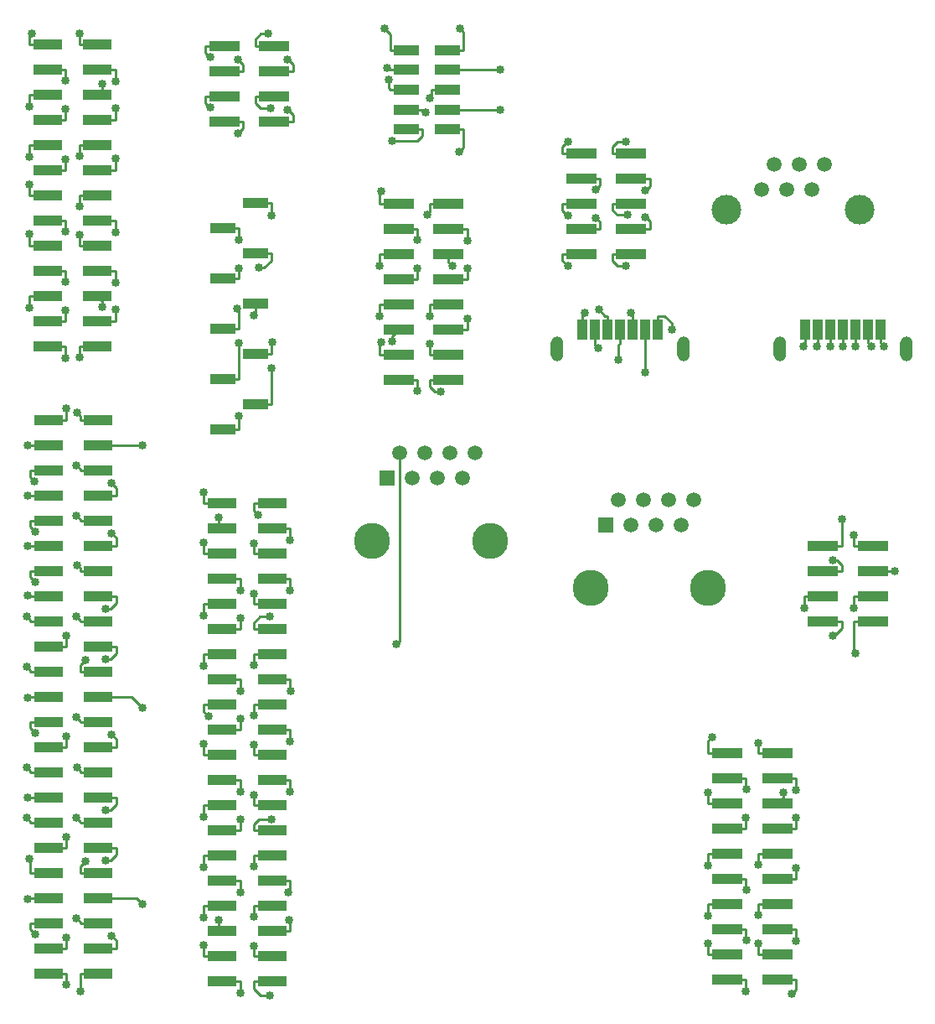
<source format=gtl>
%MOIN*%
%OFA0B0*%
%FSLAX46Y46*%
%IPPOS*%
%LPD*%
%ADD10C,0.0039370078740157488*%
%ADD21C,0.0039370078740157488*%
%ADD22R,0.12401574803149606X0.03937007874015748*%
%ADD23C,0.033464566929133861*%
%ADD24C,0.00984251968503937*%
%ADD25C,0.0039370078740157488*%
%ADD26R,0.098818897637795278X0.03937007874015748*%
%ADD27C,0.033464566929133861*%
%ADD28C,0.00984251968503937*%
%ADD29C,0.0039370078740157488*%
%ADD30R,0.12401574803149606X0.03937007874015748*%
%ADD31C,0.033464566929133861*%
%ADD32C,0.00984251968503937*%
%ADD33C,0.0039370078740157488*%
%ADD34R,0.1015748031496063X0.03937007874015748*%
%ADD35C,0.033464566929133861*%
%ADD36C,0.00984251968503937*%
%ADD37C,0.0039370078740157488*%
%ADD38R,0.12401574803149606X0.03937007874015748*%
%ADD39C,0.033464566929133861*%
%ADD40C,0.00984251968503937*%
%ADD41C,0.0039370078740157488*%
%ADD42R,0.12401574803149606X0.03937007874015748*%
%ADD43C,0.033464566929133861*%
%ADD44C,0.00984251968503937*%
%ADD45C,0.0039370078740157488*%
%ADD46R,0.12401574803149606X0.03937007874015748*%
%ADD47C,0.033464566929133861*%
%ADD48C,0.00984251968503937*%
%ADD49C,0.0039370078740157488*%
%ADD50R,0.11811023622047245X0.03937007874015748*%
%ADD51C,0.033464566929133861*%
%ADD52C,0.00984251968503937*%
%ADD53C,0.0039370078740157488*%
%ADD54R,0.11811023622047245X0.03937007874015748*%
%ADD55C,0.033464566929133861*%
%ADD56C,0.00984251968503937*%
%ADD57C,0.0039370078740157488*%
%ADD58R,0.11811023622047245X0.03937007874015748*%
%ADD59C,0.033464566929133861*%
%ADD60C,0.00984251968503937*%
%ADD61C,0.0039370078740157488*%
%ADD62C,0.059842519685039376*%
%ADD63C,0.11811023622047245*%
%ADD64C,0.0039370078740157488*%
%ADD65C,0.1437007874015748*%
%ADD66R,0.059055118110236227X0.059055118110236227*%
%ADD67C,0.059055118110236227*%
%ADD68C,0.0039370078740157488*%
%ADD69C,0.1437007874015748*%
%ADD70R,0.059055118110236227X0.059055118110236227*%
%ADD71C,0.059055118110236227*%
%ADD72C,0.033464566929133861*%
%ADD73C,0.00984251968503937*%
%ADD74C,0.0039370078740157488*%
%ADD75R,0.0393X0.0826*%
%ADD76O,0.05X0.1*%
%ADD77C,0.033464566929133861*%
%ADD78C,0.00984251968503937*%
%ADD79C,0.0039370078740157488*%
%ADD80R,0.0393X0.0826*%
%ADD81O,0.05X0.1*%
%ADD82C,0.033464566929133861*%
%ADD83C,0.00984251968503937*%
G01G01*
D10*
G04 next file*
G04 #@! TF.FileFunction,Copper,L1,Top,Signal*
G04 Gerber Fmt 4.6, Leading zero omitted, Abs format (unit mm)*
G04 Created by KiCad (PCBNEW 4.0.7-e2-6376~58~ubuntu16.04.1) date Sat Jan 13 09:32:06 2018*
G01G01*
G04 APERTURE LIST*
G04 APERTURE END LIST*
D21*
D22*
X-0002440944Y0005807086D02*
X0003306141Y0001823070D03*
X0003504960Y0001823070D03*
X0003306141Y0001723070D03*
X0003504960Y0001723070D03*
X0003306141Y0001623070D03*
X0003504960Y0001623070D03*
X0003306141Y0001523070D03*
X0003504960Y0001523070D03*
D23*
X0003430145Y0001867161D03*
X0003592397Y0001723070D03*
X0003430145Y0001578370D03*
X0003434212Y0001397043D03*
X0003380956Y0001930275D03*
X0003345570Y0001767578D03*
X0003231326Y0001578464D03*
X0003345570Y0001467578D03*
D24*
X0003504960Y0001823070D02*
X0003430145Y0001823070D01*
X0003430145Y0001823070D02*
X0003430145Y0001867161D01*
X0003504960Y0001723070D02*
X0003592397Y0001723070D01*
X0003504960Y0001623070D02*
X0003430145Y0001623070D01*
X0003430145Y0001623070D02*
X0003430145Y0001578370D01*
X0003504960Y0001523070D02*
X0003430145Y0001523070D01*
X0003430145Y0001401110D02*
X0003434212Y0001397043D01*
X0003430145Y0001523070D02*
X0003430145Y0001401110D01*
X0003306141Y0001823070D02*
X0003380956Y0001823070D01*
X0003380956Y0001823070D02*
X0003380956Y0001930275D01*
X0003345570Y0001767574D02*
X0003345570Y0001767578D01*
X0003361834Y0001767574D02*
X0003345570Y0001767574D01*
X0003380956Y0001748452D02*
X0003361834Y0001767574D01*
X0003380956Y0001723070D02*
X0003380956Y0001748452D01*
X0003306141Y0001723070D02*
X0003380956Y0001723070D01*
X0003306141Y0001623070D02*
X0003231326Y0001623070D01*
X0003231326Y0001623070D02*
X0003231326Y0001578464D01*
X0003345570Y0001467582D02*
X0003345570Y0001467578D01*
X0003350850Y0001467582D02*
X0003345570Y0001467582D01*
X0003380956Y0001497688D02*
X0003350850Y0001467582D01*
X0003380956Y0001523070D02*
X0003380956Y0001497688D01*
X0003306141Y0001523070D02*
X0003380956Y0001523070D01*
G04 next file*
G04 #@! TF.FileFunction,Copper,L1,Top,Signal*
G04 Gerber Fmt 4.6, Leading zero omitted, Abs format (unit mm)*
G04 Created by KiCad (PCBNEW 4.0.7-e2-6376~58~ubuntu16.04.1) date Sat Jan 13 09:35:41 2018*
G01G01*
G04 APERTURE LIST*
G04 APERTURE END LIST*
D25*
D26*
X-0004862204Y0006870078D02*
X0000919133Y0003086062D03*
X0000919133Y0002886062D03*
X0000919133Y0002686062D03*
X0000919133Y0002486062D03*
X0000919133Y0002286062D03*
X0001049448Y0003186062D03*
X0001049448Y0002986062D03*
X0001049448Y0002786062D03*
X0001049448Y0002586062D03*
X0001049448Y0002386062D03*
D27*
X0000981350Y0003041527D03*
X0000981350Y0002928279D03*
X0000973724Y0002766771D03*
X0000981350Y0002629610D03*
X0000981350Y0002341929D03*
X0001111665Y0003137425D03*
X0001062039Y0002929464D03*
X0001042696Y0002739858D03*
X0001113677Y0002634066D03*
X0001112196Y0002531181D03*
D28*
X0000919133Y0003086062D02*
X0000981350Y0003086062D01*
X0000981350Y0003086062D02*
X0000981350Y0003041527D01*
X0000919133Y0002886062D02*
X0000981350Y0002886062D01*
X0000981350Y0002886062D02*
X0000981350Y0002928279D01*
X0000981350Y0002759145D02*
X0000981350Y0002686062D01*
X0000973724Y0002766771D02*
X0000981350Y0002759145D01*
X0000919133Y0002686062D02*
X0000981350Y0002686062D01*
X0000919133Y0002486062D02*
X0000981350Y0002486062D01*
X0000981350Y0002486062D02*
X0000981350Y0002629610D01*
X0000919133Y0002286062D02*
X0000981350Y0002286062D01*
X0000981350Y0002341929D02*
X0000981350Y0002286062D01*
X0001049448Y0003186062D02*
X0001111665Y0003186062D01*
X0001111665Y0003137425D02*
X0001111665Y0003186062D01*
X0001049448Y0002986062D02*
X0001111665Y0002986062D01*
X0001062039Y0002929468D02*
X0001062039Y0002929464D01*
X0001082578Y0002929468D02*
X0001062039Y0002929468D01*
X0001111665Y0002958555D02*
X0001082578Y0002929468D01*
X0001111665Y0002986062D02*
X0001111665Y0002958555D01*
X0001049448Y0002746610D02*
X0001042696Y0002739858D01*
X0001049448Y0002786062D02*
X0001049448Y0002746610D01*
X0001049448Y0002586062D02*
X0001111665Y0002586062D01*
X0001111665Y0002632055D02*
X0001113677Y0002634066D01*
X0001111665Y0002586062D02*
X0001111665Y0002632055D01*
X0001111665Y0002530649D02*
X0001111665Y0002386062D01*
X0001112196Y0002531181D02*
X0001111665Y0002530649D01*
X0001049448Y0002386062D02*
X0001111665Y0002386062D01*
G04 next file*
G04 #@! TF.FileFunction,Copper,L1,Top,Signal*
G04 Gerber Fmt 4.6, Leading zero omitted, Abs format (unit mm)*
G04 Created by KiCad (PCBNEW 4.0.7-e2-6376~58~ubuntu16.04.1) date Sat Jan 13 09:37:07 2018*
G01G01*
G04 APERTURE LIST*
G04 APERTURE END LIST*
D29*
D30*
X-0005157480Y0007795275D02*
X0000923700Y0003811259D03*
X0001122519Y0003811259D03*
X0000923700Y0003711259D03*
X0001122519Y0003711259D03*
X0000923700Y0003611259D03*
X0001122519Y0003611259D03*
X0000923700Y0003511259D03*
X0001122519Y0003511259D03*
D31*
X0000979751Y0003756244D03*
X0000979921Y0003465964D03*
X0000869421Y0003766401D03*
X0000869421Y0003566228D03*
X0001099755Y0003859877D03*
X0001175303Y0003756531D03*
X0001107204Y0003565759D03*
X0001175303Y0003556145D03*
D32*
X0000923700Y0003711259D02*
X0000998515Y0003711259D01*
X0000998515Y0003737480D02*
X0000979751Y0003756244D01*
X0000998515Y0003711259D02*
X0000998515Y0003737480D01*
X0000923700Y0003511259D02*
X0000998515Y0003511259D01*
X0000998515Y0003484559D02*
X0000979921Y0003465964D01*
X0000998515Y0003511259D02*
X0000998515Y0003484559D01*
X0000923700Y0003811259D02*
X0000848885Y0003811259D01*
X0000865417Y0003766401D02*
X0000869421Y0003766401D01*
X0000848885Y0003782933D02*
X0000865417Y0003766401D01*
X0000848885Y0003811259D02*
X0000848885Y0003782933D01*
X0000923700Y0003611259D02*
X0000848885Y0003611259D01*
X0000866078Y0003566228D02*
X0000869421Y0003566228D01*
X0000848885Y0003583421D02*
X0000866078Y0003566228D01*
X0000848885Y0003611259D02*
X0000848885Y0003583421D01*
X0001068972Y0003859877D02*
X0001099755Y0003859877D01*
X0001047704Y0003838610D02*
X0001068972Y0003859877D01*
X0001047704Y0003811259D02*
X0001047704Y0003838610D01*
X0001122519Y0003811259D02*
X0001047704Y0003811259D01*
X0001122519Y0003711259D02*
X0001197334Y0003711259D01*
X0001180090Y0003756531D02*
X0001175303Y0003756531D01*
X0001197334Y0003739287D02*
X0001180090Y0003756531D01*
X0001197334Y0003711259D02*
X0001197334Y0003739287D01*
X0001122519Y0003611259D02*
X0001047704Y0003611259D01*
X0001067114Y0003565759D02*
X0001107204Y0003565759D01*
X0001047704Y0003585169D02*
X0001067114Y0003565759D01*
X0001047704Y0003611259D02*
X0001047704Y0003585169D01*
X0001178086Y0003556145D02*
X0001175303Y0003556145D01*
X0001197334Y0003536897D02*
X0001178086Y0003556145D01*
X0001197334Y0003511259D02*
X0001197334Y0003536897D01*
X0001122519Y0003511259D02*
X0001197334Y0003511259D01*
G04 next file*
G04 #@! TF.FileFunction,Copper,L1,Top,Signal*
G04 Gerber Fmt 4.6, Leading zero omitted, Abs format (unit mm)*
G04 Created by KiCad (PCBNEW 4.0.7-e2-6376~58~ubuntu16.04.1) date Sat Jan 13 09:41:55 2018*
G01G01*
G04 APERTURE LIST*
G04 APERTURE END LIST*
D33*
D34*
X-0003602362Y0007775590D02*
X0001648464Y0003795551D03*
X0001812637Y0003795551D03*
X0001648464Y0003716811D03*
X0001812637Y0003716811D03*
X0001648464Y0003638070D03*
X0001812637Y0003638070D03*
X0001648464Y0003559330D03*
X0001812637Y0003559330D03*
X0001648464Y0003480590D03*
X0001812637Y0003480590D03*
D35*
X0001572779Y0003725657D03*
X0001724255Y0003547031D03*
X0001563173Y0003880082D03*
X0001579854Y0003677740D03*
X0001591700Y0003435291D03*
X0001861236Y0003881173D03*
X0002022145Y0003716811D03*
X0001741409Y0003602870D03*
X0002022145Y0003559330D03*
X0001859755Y0003391350D03*
D36*
X0001648464Y0003716811D02*
X0001584870Y0003716811D01*
X0001581625Y0003716811D02*
X0001572779Y0003725657D01*
X0001584870Y0003716811D02*
X0001581625Y0003716811D01*
X0001712059Y0003559228D02*
X0001724255Y0003547031D01*
X0001712059Y0003559330D02*
X0001712059Y0003559228D01*
X0001648464Y0003559330D02*
X0001712059Y0003559330D01*
X0001648464Y0003795551D02*
X0001584870Y0003795551D01*
X0001584870Y0003858385D02*
X0001563173Y0003880082D01*
X0001584870Y0003795551D02*
X0001584870Y0003858385D01*
X0001648464Y0003638070D02*
X0001584870Y0003638070D01*
X0001579854Y0003643086D02*
X0001579854Y0003677740D01*
X0001584870Y0003638070D02*
X0001579854Y0003643086D01*
X0001648464Y0003480590D02*
X0001712059Y0003480590D01*
X0001692244Y0003435291D02*
X0001591700Y0003435291D01*
X0001712059Y0003455106D02*
X0001692244Y0003435291D01*
X0001712059Y0003480590D02*
X0001712059Y0003455106D01*
X0001812637Y0003795551D02*
X0001876232Y0003795551D01*
X0001876232Y0003866177D02*
X0001861236Y0003881173D01*
X0001876232Y0003795551D02*
X0001876232Y0003866177D01*
X0001812637Y0003716811D02*
X0002022145Y0003716811D01*
X0001749043Y0003610503D02*
X0001741409Y0003602870D01*
X0001749043Y0003638070D02*
X0001749043Y0003610503D01*
X0001812637Y0003638070D02*
X0001749043Y0003638070D01*
X0001812637Y0003559330D02*
X0002022145Y0003559330D01*
X0001812637Y0003480590D02*
X0001876232Y0003480590D01*
X0001876232Y0003407826D02*
X0001859755Y0003391350D01*
X0001876232Y0003480590D02*
X0001876232Y0003407826D01*
G04 next file*
G04 #@! TF.FileFunction,Copper,L1,Top,Signal*
G04 Gerber Fmt 4.6, Leading zero omitted, Abs format (unit mm)*
G04 Created by KiCad (PCBNEW 4.0.7-e2-6376~58~ubuntu16.04.1) date Sat Jan 13 09:41:31 2018*
G01G01*
G04 APERTURE LIST*
G04 APERTURE END LIST*
D37*
D38*
X-0002125984Y0007224409D02*
X0002344015Y0003384409D03*
X0002542834Y0003384409D03*
X0002344015Y0003284409D03*
X0002542834Y0003284409D03*
X0002344015Y0003184409D03*
X0002542834Y0003184409D03*
X0002344015Y0003084409D03*
X0002542834Y0003084409D03*
X0002344015Y0002984409D03*
X0002542834Y0002984409D03*
D39*
X0002402208Y0003240078D03*
X0002402728Y0003128814D03*
X0002291232Y0003429535D03*
X0002291232Y0003138992D03*
X0002291232Y0002939283D03*
X0002523129Y0003430732D03*
X0002597114Y0003238992D03*
X0002529015Y0003139562D03*
X0002597114Y0003129826D03*
X0002523129Y0002938086D03*
D40*
X0002344015Y0003284409D02*
X0002418830Y0003284409D01*
X0002418830Y0003256700D02*
X0002402208Y0003240078D01*
X0002418830Y0003284409D02*
X0002418830Y0003256700D01*
X0002344015Y0003084409D02*
X0002418830Y0003084409D01*
X0002418830Y0003112712D02*
X0002402728Y0003128814D01*
X0002418830Y0003084409D02*
X0002418830Y0003112712D01*
X0002344015Y0003384409D02*
X0002269200Y0003384409D01*
X0002289283Y0003429535D02*
X0002291232Y0003429535D01*
X0002269200Y0003409452D02*
X0002289283Y0003429535D01*
X0002269200Y0003384409D02*
X0002269200Y0003409452D01*
X0002344015Y0003184409D02*
X0002269200Y0003184409D01*
X0002287417Y0003138992D02*
X0002291232Y0003138992D01*
X0002269200Y0003157208D02*
X0002287417Y0003138992D01*
X0002269200Y0003184409D02*
X0002269200Y0003157208D01*
X0002344015Y0002984409D02*
X0002269200Y0002984409D01*
X0002289283Y0002939283D02*
X0002291232Y0002939283D01*
X0002269200Y0002959366D02*
X0002289283Y0002939283D01*
X0002269200Y0002984409D02*
X0002269200Y0002959366D01*
X0002488283Y0003430732D02*
X0002523129Y0003430732D01*
X0002468019Y0003410468D02*
X0002488283Y0003430732D01*
X0002468019Y0003384409D02*
X0002468019Y0003410468D01*
X0002542834Y0003384409D02*
X0002468019Y0003384409D01*
X0002542834Y0003284409D02*
X0002617649Y0003284409D01*
X0002600933Y0003238992D02*
X0002597114Y0003238992D01*
X0002617649Y0003255708D02*
X0002600933Y0003238992D01*
X0002617649Y0003284409D02*
X0002617649Y0003255708D01*
X0002542834Y0003184409D02*
X0002468019Y0003184409D01*
X0002487637Y0003139562D02*
X0002529015Y0003139562D01*
X0002468019Y0003159181D02*
X0002487637Y0003139562D01*
X0002468019Y0003184409D02*
X0002468019Y0003159181D01*
X0002542834Y0003084409D02*
X0002617649Y0003084409D01*
X0002600933Y0003129826D02*
X0002597114Y0003129826D01*
X0002617649Y0003113110D02*
X0002600933Y0003129826D01*
X0002617649Y0003084409D02*
X0002617649Y0003113110D01*
X0002488283Y0002938086D02*
X0002523129Y0002938086D01*
X0002468019Y0002958350D02*
X0002488283Y0002938086D01*
X0002468019Y0002984409D02*
X0002468019Y0002958350D01*
X0002542834Y0002984409D02*
X0002468019Y0002984409D01*
G04 next file*
G04 #@! TF.FileFunction,Copper,L1,Top,Signal*
G04 Gerber Fmt 4.6, Leading zero omitted, Abs format (unit mm)*
G04 Created by KiCad (PCBNEW 4.0.7-e2-6376~58~ubuntu16.04.1) date Sat Jan 13 09:42:42 2018*
G01G01*
G04 APERTURE LIST*
G04 APERTURE END LIST*
D41*
D42*
X-0004133858Y0006968503D02*
X0001617322Y0003183503D03*
X0001816141Y0003183503D03*
X0001617322Y0003083503D03*
X0001816141Y0003083503D03*
X0001617322Y0002983503D03*
X0001816141Y0002983503D03*
X0001617322Y0002883503D03*
X0001816141Y0002883503D03*
X0001617322Y0002783503D03*
X0001816141Y0002783503D03*
X0001617322Y0002683503D03*
X0001816141Y0002683503D03*
X0001617322Y0002583503D03*
X0001816141Y0002583503D03*
X0001617322Y0002483503D03*
X0001816141Y0002483503D03*
D43*
X0001692137Y0003041000D03*
X0001692137Y0002926011D03*
X0001592669Y0002638255D03*
X0001692137Y0002441023D03*
X0001549240Y0003235649D03*
X0001542507Y0002938188D03*
X0001542507Y0002738188D03*
X0001549240Y0002635192D03*
X0001732873Y0003142480D03*
X0001890956Y0003038196D03*
X0001830488Y0002938287D03*
X0001890956Y0002928578D03*
X0001741326Y0002739011D03*
X0001890956Y0002728811D03*
X0001741326Y0002628393D03*
X0001786618Y0002437519D03*
D44*
X0001617322Y0003083503D02*
X0001692137Y0003083503D01*
X0001692137Y0003083503D02*
X0001692137Y0003041000D01*
X0001617322Y0002883503D02*
X0001692137Y0002883503D01*
X0001692137Y0002883503D02*
X0001692137Y0002926011D01*
X0001592669Y0002658850D02*
X0001592669Y0002638255D01*
X0001617322Y0002683503D02*
X0001592669Y0002658850D01*
X0001617322Y0002483503D02*
X0001692137Y0002483503D01*
X0001692137Y0002483503D02*
X0001692137Y0002441023D01*
X0001542507Y0003228917D02*
X0001549240Y0003235649D01*
X0001542507Y0003183503D02*
X0001542507Y0003228917D01*
X0001617322Y0003183503D02*
X0001542507Y0003183503D01*
X0001617322Y0002983503D02*
X0001542507Y0002983503D01*
X0001542507Y0002983503D02*
X0001542507Y0002938188D01*
X0001617322Y0002783503D02*
X0001542507Y0002783503D01*
X0001542507Y0002783503D02*
X0001542507Y0002738188D01*
X0001542507Y0002628460D02*
X0001549240Y0002635192D01*
X0001542507Y0002583503D02*
X0001542507Y0002628460D01*
X0001617322Y0002583503D02*
X0001542507Y0002583503D01*
X0001741326Y0003150933D02*
X0001732873Y0003142480D01*
X0001741326Y0003183503D02*
X0001741326Y0003150933D01*
X0001816141Y0003183503D02*
X0001741326Y0003183503D01*
X0001816141Y0003083503D02*
X0001890956Y0003083503D01*
X0001890956Y0003083503D02*
X0001890956Y0003038196D01*
X0001816141Y0002952633D02*
X0001830488Y0002938287D01*
X0001816141Y0002983503D02*
X0001816141Y0002952633D01*
X0001816141Y0002883503D02*
X0001890956Y0002883503D01*
X0001890956Y0002883503D02*
X0001890956Y0002928578D01*
X0001816141Y0002783503D02*
X0001741326Y0002783503D01*
X0001741326Y0002783503D02*
X0001741326Y0002739011D01*
X0001816141Y0002683503D02*
X0001890956Y0002683503D01*
X0001890956Y0002683503D02*
X0001890956Y0002728811D01*
X0001816141Y0002583503D02*
X0001741326Y0002583503D01*
X0001741326Y0002583503D02*
X0001741326Y0002628393D01*
X0001761137Y0002437519D02*
X0001786618Y0002437519D01*
X0001741326Y0002457330D02*
X0001761137Y0002437519D01*
X0001741326Y0002483503D02*
X0001741326Y0002457330D01*
X0001816141Y0002483503D02*
X0001741326Y0002483503D01*
G04 next file*
G04 #@! TF.FileFunction,Copper,L1,Top,Signal*
G04 Gerber Fmt 4.6, Leading zero omitted, Abs format (unit mm)*
G04 Created by KiCad (PCBNEW 4.0.7-e2-6376~58~ubuntu16.04.1) date Sat Jan 13 09:44:16 2018*
G01G01*
G04 APERTURE LIST*
G04 APERTURE END LIST*
D45*
D46*
X-0002814960Y0004685039D02*
X0002925039Y0001000039D03*
X0003123858Y0001000039D03*
X0002925039Y0000900039D03*
X0003123858Y0000900039D03*
X0002925039Y0000800039D03*
X0003123858Y0000800039D03*
X0002925039Y0000700039D03*
X0003123858Y0000700039D03*
X0002925039Y0000600039D03*
X0003123858Y0000600039D03*
X0002925039Y0000500039D03*
X0003123858Y0000500039D03*
X0002925039Y0000400039D03*
X0003123858Y0000400039D03*
X0002925039Y0000300039D03*
X0003123858Y0000300039D03*
X0002925039Y0000200039D03*
X0003123858Y0000200039D03*
X0002925039Y0000100039D03*
X0003123858Y0000100039D03*
D47*
X0003002570Y0000857799D03*
X0002999854Y0000744436D03*
X0003002570Y0000457409D03*
X0003002570Y0000257799D03*
X0002999854Y0000055736D03*
X0002863677Y0001064685D03*
X0002850224Y0000845350D03*
X0002850224Y0000554732D03*
X0002850224Y0000355665D03*
X0002850224Y0000245350D03*
X0003047507Y0001041980D03*
X0003198673Y0000854728D03*
X0003147362Y0000845066D03*
X0003198673Y0000745350D03*
X0003047507Y0000557070D03*
X0003198673Y0000545350D03*
X0003047507Y0000357133D03*
X0003198673Y0000254728D03*
X0003047507Y0000243007D03*
X0003183314Y0000045393D03*
D48*
X0002925039Y0000900039D02*
X0002999854Y0000900039D01*
X0002999854Y0000860515D02*
X0003002570Y0000857799D01*
X0002999854Y0000900039D02*
X0002999854Y0000860515D01*
X0002925039Y0000700039D02*
X0002999854Y0000700039D01*
X0002999854Y0000700039D02*
X0002999854Y0000744436D01*
X0002925039Y0000500039D02*
X0002999854Y0000500039D01*
X0002999854Y0000460125D02*
X0003002570Y0000457409D01*
X0002999854Y0000500039D02*
X0002999854Y0000460125D01*
X0002925039Y0000300039D02*
X0002999854Y0000300039D01*
X0002999854Y0000260515D02*
X0003002570Y0000257799D01*
X0002999854Y0000300039D02*
X0002999854Y0000260515D01*
X0002925039Y0000100039D02*
X0002999854Y0000100039D01*
X0002999854Y0000100039D02*
X0002999854Y0000055736D01*
X0002850224Y0001051232D02*
X0002863677Y0001064685D01*
X0002850224Y0001000039D02*
X0002850224Y0001051232D01*
X0002925039Y0001000039D02*
X0002850224Y0001000039D01*
X0002925039Y0000800039D02*
X0002850224Y0000800039D01*
X0002850224Y0000800039D02*
X0002850224Y0000845350D01*
X0002925039Y0000600039D02*
X0002850224Y0000600039D01*
X0002850224Y0000600039D02*
X0002850224Y0000554732D01*
X0002925039Y0000400039D02*
X0002850224Y0000400039D01*
X0002850224Y0000400039D02*
X0002850224Y0000355665D01*
X0002925039Y0000200039D02*
X0002850224Y0000200039D01*
X0002850224Y0000200039D02*
X0002850224Y0000245350D01*
X0003123858Y0001000039D02*
X0003049043Y0001000039D01*
X0003049043Y0001040444D02*
X0003047507Y0001041980D01*
X0003049043Y0001000039D02*
X0003049043Y0001040444D01*
X0003123858Y0000900039D02*
X0003198673Y0000900039D01*
X0003198673Y0000900039D02*
X0003198673Y0000854728D01*
X0003147362Y0000823543D02*
X0003147362Y0000845066D01*
X0003123858Y0000800039D02*
X0003147362Y0000823543D01*
X0003123858Y0000700039D02*
X0003198673Y0000700039D01*
X0003198673Y0000700039D02*
X0003198673Y0000745350D01*
X0003123858Y0000600039D02*
X0003049043Y0000600039D01*
X0003049043Y0000558606D02*
X0003047507Y0000557070D01*
X0003049043Y0000600039D02*
X0003049043Y0000558606D01*
X0003123858Y0000500039D02*
X0003198673Y0000500039D01*
X0003198673Y0000500039D02*
X0003198673Y0000545350D01*
X0003123858Y0000400039D02*
X0003049043Y0000400039D01*
X0003049043Y0000358669D02*
X0003047507Y0000357133D01*
X0003049043Y0000400039D02*
X0003049043Y0000358669D01*
X0003123858Y0000300039D02*
X0003198673Y0000300039D01*
X0003198673Y0000300039D02*
X0003198673Y0000254728D01*
X0003123858Y0000200039D02*
X0003049043Y0000200039D01*
X0003049043Y0000241472D02*
X0003047507Y0000243007D01*
X0003049043Y0000200039D02*
X0003049043Y0000241472D01*
X0003198673Y0000060751D02*
X0003183314Y0000045393D01*
X0003198673Y0000100039D02*
X0003198673Y0000060751D01*
X0003123858Y0000100039D02*
X0003198673Y0000100039D01*
G04 next file*
G04 #@! TF.FileFunction,Copper,L1,Top,Signal*
G04 Gerber Fmt 4.6, Leading zero omitted, Abs format (unit mm)*
G04 Created by KiCad (PCBNEW 4.0.7-e2-6376~58~ubuntu16.04.1) date Sat Jan 13 09:58:48 2018*
G01G01*
G04 APERTURE LIST*
G04 APERTURE END LIST*
D49*
D50*
X-0006003937Y0007342519D02*
X0000419488Y0003817519D03*
X0000221062Y0003817519D03*
X0000419488Y0003717519D03*
X0000221062Y0003717519D03*
X0000419488Y0003617519D03*
X0000221062Y0003617519D03*
X0000419488Y0003517519D03*
X0000221062Y0003517519D03*
X0000419488Y0003417519D03*
X0000221062Y0003417519D03*
X0000419488Y0003317519D03*
X0000221062Y0003317519D03*
X0000419488Y0003217519D03*
X0000221062Y0003217519D03*
X0000419488Y0003117519D03*
X0000221062Y0003117519D03*
X0000419488Y0003017519D03*
X0000221062Y0003017519D03*
X0000419488Y0002917519D03*
X0000221062Y0002917519D03*
X0000419488Y0002817519D03*
X0000221062Y0002817519D03*
X0000419488Y0002717519D03*
X0000221062Y0002717519D03*
X0000419488Y0002617519D03*
X0000221062Y0002617519D03*
D51*
X0000491350Y0003672208D03*
X0000491350Y0003562830D03*
X0000491350Y0003362830D03*
X0000491350Y0003072208D03*
X0000491350Y0002872208D03*
X0000491350Y0002762830D03*
X0000347625Y0003862271D03*
X0000438346Y0003661917D03*
X0000347625Y0003373129D03*
X0000347625Y0003173023D03*
X0000347625Y0003061909D03*
X0000438346Y0002773122D03*
X0000347625Y0002572767D03*
X0000158279Y0003861980D03*
X0000292925Y0003674484D03*
X0000149200Y0003572204D03*
X0000292925Y0003559350D03*
X0000149200Y0003372204D03*
X0000292925Y0003359350D03*
X0000147834Y0003261885D03*
X0000292925Y0003075692D03*
X0000149200Y0003062834D03*
X0000292925Y0002874653D03*
X0000149200Y0002772204D03*
X0000292925Y0002759350D03*
X0000292925Y0002572551D03*
D52*
X0000419488Y0003717519D02*
X0000491350Y0003717519D01*
X0000491350Y0003717519D02*
X0000491350Y0003672208D01*
X0000419488Y0003517519D02*
X0000491350Y0003517519D01*
X0000491350Y0003517519D02*
X0000491350Y0003562830D01*
X0000419488Y0003317519D02*
X0000491350Y0003317519D01*
X0000491350Y0003317519D02*
X0000491350Y0003362830D01*
X0000419488Y0003117519D02*
X0000491350Y0003117519D01*
X0000491350Y0003117519D02*
X0000491350Y0003072208D01*
X0000419488Y0002917519D02*
X0000491350Y0002917519D01*
X0000491350Y0002917519D02*
X0000491350Y0002872208D01*
X0000419488Y0002717519D02*
X0000491350Y0002717519D01*
X0000491350Y0002717519D02*
X0000491350Y0002762830D01*
X0000419488Y0003817519D02*
X0000347625Y0003817519D01*
X0000347625Y0003817519D02*
X0000347625Y0003862271D01*
X0000438346Y0003636377D02*
X0000438346Y0003661917D01*
X0000419488Y0003617519D02*
X0000438346Y0003636377D01*
X0000419488Y0003417519D02*
X0000347625Y0003417519D01*
X0000347625Y0003417519D02*
X0000347625Y0003373129D01*
X0000419488Y0003217519D02*
X0000347625Y0003217519D01*
X0000347625Y0003217519D02*
X0000347625Y0003173023D01*
X0000419488Y0003017519D02*
X0000347625Y0003017519D01*
X0000347625Y0003017519D02*
X0000347625Y0003061909D01*
X0000438346Y0002798661D02*
X0000438346Y0002773122D01*
X0000419488Y0002817519D02*
X0000438346Y0002798661D01*
X0000419488Y0002617519D02*
X0000347625Y0002617519D01*
X0000347625Y0002617519D02*
X0000347625Y0002572767D01*
X0000221062Y0003817519D02*
X0000149200Y0003817519D01*
X0000149200Y0003852901D02*
X0000158279Y0003861980D01*
X0000149200Y0003817519D02*
X0000149200Y0003852901D01*
X0000221062Y0003717519D02*
X0000292925Y0003717519D01*
X0000292925Y0003717519D02*
X0000292925Y0003674484D01*
X0000221062Y0003617519D02*
X0000149200Y0003617519D01*
X0000149200Y0003617519D02*
X0000149200Y0003572204D01*
X0000221062Y0003517519D02*
X0000292925Y0003517519D01*
X0000292925Y0003517519D02*
X0000292925Y0003559350D01*
X0000221062Y0003417519D02*
X0000149200Y0003417519D01*
X0000149200Y0003417519D02*
X0000149200Y0003372204D01*
X0000221062Y0003317519D02*
X0000292925Y0003317519D01*
X0000292925Y0003317519D02*
X0000292925Y0003359350D01*
X0000221062Y0003217519D02*
X0000149200Y0003217519D01*
X0000149200Y0003260519D02*
X0000147834Y0003261885D01*
X0000149200Y0003217519D02*
X0000149200Y0003260519D01*
X0000221062Y0003117519D02*
X0000292925Y0003117519D01*
X0000292925Y0003117519D02*
X0000292925Y0003075692D01*
X0000221062Y0003017519D02*
X0000149200Y0003017519D01*
X0000149200Y0003017519D02*
X0000149200Y0003062834D01*
X0000221062Y0002917519D02*
X0000292925Y0002917519D01*
X0000292925Y0002917519D02*
X0000292925Y0002874653D01*
X0000221062Y0002817519D02*
X0000149200Y0002817519D01*
X0000149200Y0002817519D02*
X0000149200Y0002772204D01*
X0000221062Y0002717519D02*
X0000292925Y0002717519D01*
X0000292925Y0002717519D02*
X0000292925Y0002759350D01*
X0000221062Y0002617519D02*
X0000292925Y0002617519D01*
X0000292925Y0002617519D02*
X0000292925Y0002572551D01*
G04 next file*
G04 #@! TF.FileFunction,Copper,L1,Top,Signal*
G04 Gerber Fmt 4.6, Leading zero omitted, Abs format (unit mm)*
G04 Created by KiCad (PCBNEW 4.0.7-e2-6376~58~ubuntu16.04.1) date Sat Jan 13 09:46:35 2018*
G01G01*
G04 APERTURE LIST*
G04 APERTURE END LIST*
D53*
D54*
X-0005236220Y0005177165D02*
X0001113779Y0001993149D03*
X0000915354Y0001993149D03*
X0001113779Y0001893149D03*
X0000915354Y0001893149D03*
X0001113779Y0001793149D03*
X0000915354Y0001793149D03*
X0001113779Y0001693149D03*
X0000915354Y0001693149D03*
X0001113779Y0001593149D03*
X0000915354Y0001593149D03*
X0001113779Y0001493149D03*
X0000915354Y0001493149D03*
X0001113779Y0001393149D03*
X0000915354Y0001393149D03*
X0001113779Y0001293149D03*
X0000915354Y0001293149D03*
X0001113779Y0001193149D03*
X0000915354Y0001193149D03*
X0001113779Y0001093149D03*
X0000915354Y0001093149D03*
X0001113779Y0000993149D03*
X0000915354Y0000993149D03*
X0001113779Y0000893149D03*
X0000915354Y0000893149D03*
X0001113779Y0000793149D03*
X0000915354Y0000793149D03*
X0001113779Y0000693149D03*
X0000915354Y0000693149D03*
X0001113779Y0000593149D03*
X0000915354Y0000593149D03*
X0001113779Y0000493149D03*
X0000915354Y0000493149D03*
X0001113779Y0000393149D03*
X0000915354Y0000393149D03*
X0001113779Y0000293149D03*
X0000915354Y0000293149D03*
X0001113779Y0000193149D03*
X0000915354Y0000193149D03*
X0001113779Y0000093149D03*
X0000915354Y0000093149D03*
D55*
X0001185641Y0001847834D03*
X0001185641Y0001647834D03*
X0001105393Y0001543149D03*
X0001189133Y0001247889D03*
X0001185641Y0001047834D03*
X0001185641Y0000847834D03*
X0001110633Y0000737909D03*
X0001177228Y0000448673D03*
X0001180933Y0000338220D03*
X0001105393Y0000038011D03*
X0001058574Y0001948728D03*
X0001041917Y0001834980D03*
X0001041917Y0001634980D03*
X0001041917Y0001351251D03*
X0001041917Y0001151377D03*
X0001041917Y0001034980D03*
X0001041917Y0000834980D03*
X0001041917Y0000551251D03*
X0001041917Y0000351307D03*
X0001041917Y0000234980D03*
X0000843492Y0002038342D03*
X0000900598Y0001937830D03*
X0000843492Y0001838460D03*
X0000987216Y0001647996D03*
X0000843492Y0001547838D03*
X0000987216Y0001537507D03*
X0000843492Y0001348543D03*
X0000987216Y0001248614D03*
X0000862181Y0001146633D03*
X0000987216Y0001137712D03*
X0000843492Y0001038460D03*
X0000987216Y0000847996D03*
X0000843492Y0000747838D03*
X0000987216Y0000737507D03*
X0000843492Y0000548543D03*
X0000987216Y0000448614D03*
X0000843492Y0000348787D03*
X0000901968Y0000337539D03*
X0000843492Y0000238460D03*
X0000987216Y0000048622D03*
D56*
X0001113779Y0001893149D02*
X0001185641Y0001893149D01*
X0001185641Y0001893149D02*
X0001185641Y0001847834D01*
X0001113779Y0001693149D02*
X0001185641Y0001693149D01*
X0001185641Y0001693149D02*
X0001185641Y0001647834D01*
X0001066913Y0001543149D02*
X0001105393Y0001543149D01*
X0001041917Y0001518153D02*
X0001066913Y0001543149D01*
X0001041917Y0001493149D02*
X0001041917Y0001518153D01*
X0001113779Y0001493149D02*
X0001041917Y0001493149D01*
X0001113779Y0001293149D02*
X0001185641Y0001293149D01*
X0001185641Y0001251381D02*
X0001189133Y0001247889D01*
X0001185641Y0001293149D02*
X0001185641Y0001251381D01*
X0001113779Y0001093149D02*
X0001185641Y0001093149D01*
X0001185641Y0001093149D02*
X0001185641Y0001047834D01*
X0001113779Y0000893149D02*
X0001185641Y0000893149D01*
X0001185641Y0000893149D02*
X0001185641Y0000847834D01*
X0001110633Y0000737905D02*
X0001110633Y0000737909D01*
X0001060661Y0000737905D02*
X0001110633Y0000737905D01*
X0001041917Y0000719161D02*
X0001060661Y0000737905D01*
X0001041917Y0000693149D02*
X0001041917Y0000719161D01*
X0001113779Y0000693149D02*
X0001041917Y0000693149D01*
X0001113779Y0000493149D02*
X0001185641Y0000493149D01*
X0001185641Y0000457086D02*
X0001177228Y0000448673D01*
X0001185641Y0000493149D02*
X0001185641Y0000457086D01*
X0001113779Y0000293149D02*
X0001185641Y0000293149D01*
X0001185641Y0000333511D02*
X0001180933Y0000338220D01*
X0001185641Y0000293149D02*
X0001185641Y0000333511D01*
X0001069484Y0000038011D02*
X0001105393Y0000038011D01*
X0001041917Y0000065578D02*
X0001069484Y0000038011D01*
X0001041917Y0000093149D02*
X0001041917Y0000065578D01*
X0001113779Y0000093149D02*
X0001041917Y0000093149D01*
X0001113779Y0001993149D02*
X0001041917Y0001993149D01*
X0001041917Y0001965385D02*
X0001058574Y0001948728D01*
X0001041917Y0001993149D02*
X0001041917Y0001965385D01*
X0001113779Y0001793149D02*
X0001041917Y0001793149D01*
X0001041917Y0001793149D02*
X0001041917Y0001834980D01*
X0001113779Y0001593149D02*
X0001041917Y0001593149D01*
X0001041917Y0001593149D02*
X0001041917Y0001634980D01*
X0001113779Y0001393149D02*
X0001041917Y0001393149D01*
X0001041917Y0001393149D02*
X0001041917Y0001351251D01*
X0001113779Y0001193149D02*
X0001041917Y0001193149D01*
X0001041917Y0001193149D02*
X0001041917Y0001151377D01*
X0001113779Y0000993149D02*
X0001041917Y0000993149D01*
X0001041917Y0000993149D02*
X0001041917Y0001034980D01*
X0001113779Y0000793149D02*
X0001041917Y0000793149D01*
X0001041917Y0000793149D02*
X0001041917Y0000834980D01*
X0001113779Y0000593149D02*
X0001041917Y0000593149D01*
X0001041917Y0000593149D02*
X0001041917Y0000551251D01*
X0001113779Y0000393149D02*
X0001041917Y0000393149D01*
X0001041917Y0000393149D02*
X0001041917Y0000351307D01*
X0001113779Y0000193149D02*
X0001041917Y0000193149D01*
X0001041917Y0000193149D02*
X0001041917Y0000234980D01*
X0000915354Y0001993149D02*
X0000843492Y0001993149D01*
X0000843492Y0001993149D02*
X0000843492Y0002038342D01*
X0000900598Y0001907905D02*
X0000900598Y0001937830D01*
X0000915354Y0001893149D02*
X0000900598Y0001907905D01*
X0000915354Y0001793149D02*
X0000843492Y0001793149D01*
X0000843492Y0001793149D02*
X0000843492Y0001838460D01*
X0000915354Y0001693149D02*
X0000987216Y0001693149D01*
X0000987216Y0001693149D02*
X0000987216Y0001647996D01*
X0000915354Y0001593149D02*
X0000843492Y0001593149D01*
X0000843492Y0001593149D02*
X0000843492Y0001547838D01*
X0000915354Y0001493149D02*
X0000987216Y0001493149D01*
X0000987216Y0001493149D02*
X0000987216Y0001537507D01*
X0000915354Y0001393149D02*
X0000843492Y0001393149D01*
X0000843492Y0001393149D02*
X0000843492Y0001348543D01*
X0000915354Y0001293149D02*
X0000987216Y0001293149D01*
X0000987216Y0001293149D02*
X0000987216Y0001248614D01*
X0000843492Y0001165322D02*
X0000862181Y0001146633D01*
X0000843492Y0001193149D02*
X0000843492Y0001165322D01*
X0000915354Y0001193149D02*
X0000843492Y0001193149D01*
X0000915354Y0001093149D02*
X0000987216Y0001093149D01*
X0000987216Y0001093149D02*
X0000987216Y0001137712D01*
X0000915354Y0000993149D02*
X0000843492Y0000993149D01*
X0000843492Y0000993149D02*
X0000843492Y0001038460D01*
X0000915354Y0000893149D02*
X0000987216Y0000893149D01*
X0000987216Y0000893149D02*
X0000987216Y0000847996D01*
X0000915354Y0000793149D02*
X0000843492Y0000793149D01*
X0000843492Y0000793149D02*
X0000843492Y0000747838D01*
X0000915354Y0000693149D02*
X0000987216Y0000693149D01*
X0000987216Y0000693149D02*
X0000987216Y0000737507D01*
X0000915354Y0000593149D02*
X0000843492Y0000593149D01*
X0000843492Y0000593149D02*
X0000843492Y0000548543D01*
X0000915354Y0000493149D02*
X0000987216Y0000493149D01*
X0000987216Y0000493149D02*
X0000987216Y0000448614D01*
X0000915354Y0000393149D02*
X0000843492Y0000393149D01*
X0000843492Y0000393149D02*
X0000843492Y0000348787D01*
X0000901968Y0000306535D02*
X0000901968Y0000337539D01*
X0000915354Y0000293149D02*
X0000901968Y0000306535D01*
X0000915354Y0000193149D02*
X0000843492Y0000193149D01*
X0000843492Y0000193149D02*
X0000843492Y0000238460D01*
X0000915354Y0000093149D02*
X0000987216Y0000093149D01*
X0000987216Y0000093149D02*
X0000987216Y0000048622D01*
G04 next file*
G04 #@! TF.FileFunction,Copper,L1,Top,Signal*
G04 Gerber Fmt 4.6, Leading zero omitted, Abs format (unit mm)*
G04 Created by KiCad (PCBNEW 4.0.7-e2-6376~58~ubuntu16.04.1) date Sat Jan 13 09:47:37 2018*
G01G01*
G04 APERTURE LIST*
G04 APERTURE END LIST*
D57*
D58*
X-0005125000Y0005400000D02*
X0000423425Y0002325000D03*
X0000224999Y0002325000D03*
X0000423425Y0002225000D03*
X0000224999Y0002225000D03*
X0000423425Y0002125000D03*
X0000224999Y0002125000D03*
X0000423425Y0002025000D03*
X0000224999Y0002025000D03*
X0000423425Y0001925000D03*
X0000224999Y0001925000D03*
X0000423425Y0001825000D03*
X0000224999Y0001825000D03*
X0000423425Y0001725000D03*
X0000224999Y0001725000D03*
X0000423425Y0001625000D03*
X0000224999Y0001625000D03*
X0000423425Y0001525000D03*
X0000224999Y0001525000D03*
X0000423425Y0001425000D03*
X0000224999Y0001425000D03*
X0000423425Y0001325000D03*
X0000224999Y0001325000D03*
X0000423425Y0001225000D03*
X0000224999Y0001225000D03*
X0000423425Y0001125000D03*
X0000224999Y0001125000D03*
X0000423425Y0001025000D03*
X0000224999Y0001025000D03*
X0000423425Y0000925000D03*
X0000224999Y0000925000D03*
X0000423425Y0000825000D03*
X0000224999Y0000825000D03*
X0000423425Y0000725000D03*
X0000224999Y0000725000D03*
X0000423425Y0000625000D03*
X0000224999Y0000625000D03*
X0000423425Y0000525000D03*
X0000224999Y0000525000D03*
X0000423425Y0000425000D03*
X0000224999Y0000425000D03*
X0000423425Y0000325000D03*
X0000224999Y0000325000D03*
X0000423425Y0000225000D03*
X0000224999Y0000225000D03*
X0000423425Y0000125000D03*
X0000224999Y0000125000D03*
D59*
X0000599507Y0002223539D03*
X0000476602Y0002074630D03*
X0000476602Y0001875000D03*
X0000450692Y0001575000D03*
X0000450692Y0001375000D03*
X0000599507Y0001182185D03*
X0000476602Y0001075000D03*
X0000450692Y0000775000D03*
X0000450692Y0000575000D03*
X0000599507Y0000400000D03*
X0000476602Y0000275000D03*
X0000338436Y0002353740D03*
X0000336047Y0002145043D03*
X0000336047Y0001945043D03*
X0000339551Y0001748822D03*
X0000336047Y0001544665D03*
X0000371751Y0001370263D03*
X0000336047Y0001144539D03*
X0000338436Y0000944452D03*
X0000336047Y0000744665D03*
X0000371751Y0000570263D03*
X0000336047Y0000345043D03*
X0000351562Y0000055342D03*
X0000296862Y0002369968D03*
X0000141090Y0002223437D03*
X0000169590Y0002080114D03*
X0000140913Y0002023437D03*
X0000173448Y0001879685D03*
X0000140917Y0001825000D03*
X0000173448Y0001679685D03*
X0000141192Y0001628397D03*
X0000138932Y0001544689D03*
X0000296862Y0001466763D03*
X0000139665Y0001344862D03*
X0000140909Y0001221874D03*
X0000173448Y0001079685D03*
X0000296862Y0001067598D03*
X0000139846Y0000944452D03*
X0000141007Y0000825000D03*
X0000137271Y0000744878D03*
X0000296862Y0000667669D03*
X0000149188Y0000582259D03*
X0000140909Y0000421874D03*
X0000173448Y0000279685D03*
X0000296862Y0000267598D03*
X0000296862Y0000080122D03*
D60*
X0000598047Y0002225000D02*
X0000599507Y0002223539D01*
X0000423425Y0002225000D02*
X0000598047Y0002225000D01*
X0000495287Y0002055945D02*
X0000476602Y0002074630D01*
X0000495287Y0002025000D02*
X0000495287Y0002055945D01*
X0000423425Y0002025000D02*
X0000495287Y0002025000D01*
X0000495287Y0001856315D02*
X0000476602Y0001875000D01*
X0000495287Y0001825000D02*
X0000495287Y0001856315D01*
X0000423425Y0001825000D02*
X0000495287Y0001825000D01*
X0000423425Y0001625000D02*
X0000495287Y0001625000D01*
X0000471692Y0001575000D02*
X0000450692Y0001575000D01*
X0000495287Y0001598594D02*
X0000471692Y0001575000D01*
X0000495287Y0001625000D02*
X0000495287Y0001598594D01*
X0000423425Y0001425000D02*
X0000495287Y0001425000D01*
X0000471692Y0001375000D02*
X0000450692Y0001375000D01*
X0000495287Y0001398594D02*
X0000471692Y0001375000D01*
X0000495287Y0001425000D02*
X0000495287Y0001398594D01*
X0000556692Y0001225000D02*
X0000599507Y0001182185D01*
X0000423425Y0001225000D02*
X0000556692Y0001225000D01*
X0000495287Y0001056315D02*
X0000476602Y0001075000D01*
X0000495287Y0001025000D02*
X0000495287Y0001056315D01*
X0000423425Y0001025000D02*
X0000495287Y0001025000D01*
X0000423425Y0000825000D02*
X0000495287Y0000825000D01*
X0000471692Y0000775000D02*
X0000450692Y0000775000D01*
X0000495287Y0000798594D02*
X0000471692Y0000775000D01*
X0000495287Y0000825000D02*
X0000495287Y0000798594D01*
X0000423425Y0000625000D02*
X0000495287Y0000625000D01*
X0000471692Y0000575000D02*
X0000450692Y0000575000D01*
X0000495287Y0000598594D02*
X0000471692Y0000575000D01*
X0000495287Y0000625000D02*
X0000495287Y0000598594D01*
X0000574507Y0000425000D02*
X0000599507Y0000400000D01*
X0000423425Y0000425000D02*
X0000574507Y0000425000D01*
X0000495287Y0000256315D02*
X0000476602Y0000275000D01*
X0000495287Y0000225000D02*
X0000495287Y0000256315D01*
X0000423425Y0000225000D02*
X0000495287Y0000225000D01*
X0000423425Y0002325000D02*
X0000351562Y0002325000D01*
X0000351562Y0002340614D02*
X0000338436Y0002353740D01*
X0000351562Y0002325000D02*
X0000351562Y0002340614D01*
X0000423425Y0002125000D02*
X0000351562Y0002125000D01*
X0000351562Y0002129527D02*
X0000336047Y0002145043D01*
X0000351562Y0002125000D02*
X0000351562Y0002129527D01*
X0000423425Y0001925000D02*
X0000351562Y0001925000D01*
X0000351562Y0001929527D02*
X0000336047Y0001945043D01*
X0000351562Y0001925000D02*
X0000351562Y0001929527D01*
X0000351562Y0001736811D02*
X0000339551Y0001748822D01*
X0000351562Y0001725000D02*
X0000351562Y0001736811D01*
X0000423425Y0001725000D02*
X0000351562Y0001725000D01*
X0000423425Y0001525000D02*
X0000351562Y0001525000D01*
X0000351562Y0001529149D02*
X0000336047Y0001544665D01*
X0000351562Y0001525000D02*
X0000351562Y0001529149D01*
X0000423425Y0001325000D02*
X0000351562Y0001325000D01*
X0000351562Y0001350074D02*
X0000371751Y0001370263D01*
X0000351562Y0001325000D02*
X0000351562Y0001350074D01*
X0000423425Y0001125000D02*
X0000351562Y0001125000D01*
X0000351562Y0001129023D02*
X0000336047Y0001144539D01*
X0000351562Y0001125000D02*
X0000351562Y0001129023D01*
X0000351562Y0000931326D02*
X0000338436Y0000944452D01*
X0000351562Y0000925000D02*
X0000351562Y0000931326D01*
X0000423425Y0000925000D02*
X0000351562Y0000925000D01*
X0000423425Y0000725000D02*
X0000351562Y0000725000D01*
X0000351562Y0000729149D02*
X0000336047Y0000744665D01*
X0000351562Y0000725000D02*
X0000351562Y0000729149D01*
X0000423425Y0000525000D02*
X0000351562Y0000525000D01*
X0000351562Y0000550074D02*
X0000371751Y0000570263D01*
X0000351562Y0000525000D02*
X0000351562Y0000550074D01*
X0000423425Y0000325000D02*
X0000351562Y0000325000D01*
X0000351562Y0000329527D02*
X0000336047Y0000345043D01*
X0000351562Y0000325000D02*
X0000351562Y0000329527D01*
X0000423425Y0000125000D02*
X0000351562Y0000125000D01*
X0000351562Y0000125000D02*
X0000351562Y0000055342D01*
X0000224999Y0002325000D02*
X0000296862Y0002325000D01*
X0000296862Y0002325000D02*
X0000296862Y0002369968D01*
X0000142653Y0002225000D02*
X0000141090Y0002223437D01*
X0000224999Y0002225000D02*
X0000142653Y0002225000D01*
X0000224999Y0002125000D02*
X0000153137Y0002125000D01*
X0000153137Y0002096567D02*
X0000169590Y0002080114D01*
X0000153137Y0002125000D02*
X0000153137Y0002096567D01*
X0000142476Y0002025000D02*
X0000140913Y0002023437D01*
X0000224999Y0002025000D02*
X0000142476Y0002025000D01*
X0000224999Y0001925000D02*
X0000153137Y0001925000D01*
X0000153137Y0001899996D02*
X0000173448Y0001879685D01*
X0000153137Y0001925000D02*
X0000153137Y0001899996D01*
X0000224999Y0001825000D02*
X0000140917Y0001825000D01*
X0000224999Y0001725000D02*
X0000153137Y0001725000D01*
X0000153137Y0001699996D02*
X0000173448Y0001679685D01*
X0000153137Y0001725000D02*
X0000153137Y0001699996D01*
X0000144590Y0001625000D02*
X0000141192Y0001628397D01*
X0000224999Y0001625000D02*
X0000144590Y0001625000D01*
X0000153137Y0001530484D02*
X0000138932Y0001544689D01*
X0000153137Y0001525000D02*
X0000153137Y0001530484D01*
X0000224999Y0001525000D02*
X0000153137Y0001525000D01*
X0000224999Y0001425000D02*
X0000296862Y0001425000D01*
X0000296862Y0001425000D02*
X0000296862Y0001466763D01*
X0000153137Y0001331389D02*
X0000139665Y0001344862D01*
X0000153137Y0001325000D02*
X0000153137Y0001331389D01*
X0000224999Y0001325000D02*
X0000153137Y0001325000D01*
X0000144035Y0001225000D02*
X0000140909Y0001221874D01*
X0000224999Y0001225000D02*
X0000144035Y0001225000D01*
X0000224999Y0001125000D02*
X0000153137Y0001125000D01*
X0000153137Y0001099996D02*
X0000173448Y0001079685D01*
X0000153137Y0001125000D02*
X0000153137Y0001099996D01*
X0000224999Y0001025000D02*
X0000296862Y0001025000D01*
X0000296862Y0001025000D02*
X0000296862Y0001067598D01*
X0000224999Y0000925000D02*
X0000153137Y0000925000D01*
X0000153137Y0000931161D02*
X0000139846Y0000944452D01*
X0000153137Y0000925000D02*
X0000153137Y0000931161D01*
X0000224999Y0000825000D02*
X0000141007Y0000825000D01*
X0000153137Y0000729011D02*
X0000137271Y0000744878D01*
X0000153137Y0000725000D02*
X0000153137Y0000729011D01*
X0000224999Y0000725000D02*
X0000153137Y0000725000D01*
X0000224999Y0000625000D02*
X0000296862Y0000625000D01*
X0000296862Y0000625000D02*
X0000296862Y0000667669D01*
X0000153137Y0000578311D02*
X0000149188Y0000582259D01*
X0000153137Y0000525000D02*
X0000153137Y0000578311D01*
X0000224999Y0000525000D02*
X0000153137Y0000525000D01*
X0000144035Y0000425000D02*
X0000140909Y0000421874D01*
X0000224999Y0000425000D02*
X0000144035Y0000425000D01*
X0000224999Y0000325000D02*
X0000153137Y0000325000D01*
X0000153137Y0000299996D02*
X0000173448Y0000279685D01*
X0000153137Y0000325000D02*
X0000153137Y0000299996D01*
X0000224999Y0000225000D02*
X0000296862Y0000225000D01*
X0000296862Y0000225000D02*
X0000296862Y0000267598D01*
X0000224999Y0000125000D02*
X0000296862Y0000125000D01*
X0000296862Y0000125000D02*
X0000296862Y0000080122D01*
G04 next file*
G04 #@! TF.FileFunction,Copper,L1,Top,Signal*
G04 Gerber Fmt 4.6, Leading zero omitted, Abs format (unit mm)*
G04 Created by KiCad (PCBNEW 4.0.7-e2-6376~58~ubuntu16.04.1) date Sat Jan 13 09:51:46 2018*
G01G01*
G04 APERTURE LIST*
G04 APERTURE END LIST*
D61*
D62*
X-0002696850Y0006712598D02*
X0003212992Y0003342519D03*
X0003112992Y0003342519D03*
X0003312992Y0003342519D03*
X0003062992Y0003242519D03*
X0003162992Y0003242519D03*
X0003262992Y0003242519D03*
D63*
X0003453149Y0003162598D03*
X0002922834Y0003162598D03*
G04 next file*
G04 #@! TF.FileFunction,Copper,L1,Top,Signal*
G04 Gerber Fmt 4.6, Leading zero omitted, Abs format (unit mm)*
G04 Created by KiCad (PCBNEW 4.0.7-e2-6376~58~ubuntu16.04.1) date Sat Jan 13 09:50:08 2018*
G01G01*
G04 APERTURE LIST*
G04 APERTURE END LIST*
D64*
D65*
X-0003405511Y0006043307D02*
X0002849645Y0001659291D03*
X0002382322Y0001659291D03*
D66*
X0002440984Y0001909291D03*
D67*
X0002490984Y0002009291D03*
X0002540984Y0001909291D03*
X0002590984Y0002009291D03*
X0002640984Y0001909291D03*
X0002690984Y0002009291D03*
X0002740984Y0001909291D03*
X0002790984Y0002009291D03*
G04 next file*
G04 #@! TF.FileFunction,Copper,L1,Top,Signal*
G04 Gerber Fmt 4.6, Leading zero omitted, Abs format (unit mm)*
G04 Created by KiCad (PCBNEW 4.0.7-e2-6376~58~ubuntu16.04.1) date Sat Jan 13 09:53:06 2018*
G01G01*
G04 APERTURE LIST*
G04 APERTURE END LIST*
D68*
D69*
X-0004803149Y0005944881D02*
X0001980511Y0001844881D03*
X0001513188Y0001844881D03*
D70*
X0001571850Y0002094881D03*
D71*
X0001621850Y0002194881D03*
X0001671850Y0002094881D03*
X0001721850Y0002194881D03*
X0001771850Y0002094881D03*
X0001821850Y0002194881D03*
X0001871850Y0002094881D03*
X0001921850Y0002194881D03*
D72*
X0001609944Y0001432976D03*
D73*
X0001621850Y0001444881D02*
X0001609944Y0001432976D01*
X0001621850Y0002194881D02*
X0001621850Y0001444881D01*
G04 next file*
G04 #@! TF.FileFunction,Copper,L1,Top,Signal*
G04 Gerber Fmt 4.6, Leading zero omitted, Abs format (unit mm)*
G04 Created by KiCad (PCBNEW 4.0.7-e2-6376~58~ubuntu16.04.1) date Sat Jan 13 09:54:45 2018*
G01G01*
G04 APERTURE LIST*
G04 APERTURE END LIST*
D74*
D75*
X-0003346456Y0006377952D02*
X0002350039Y0002684837D03*
X0002400039Y0002684837D03*
X0002450039Y0002684837D03*
X0002500039Y0002684837D03*
X0002550039Y0002684837D03*
X0002600039Y0002684837D03*
X0002650039Y0002684837D03*
D76*
X0002248139Y0002608037D03*
X0002751939Y0002608037D03*
D77*
X0002413779Y0002763019D03*
X0002703759Y0002685940D03*
X0002358543Y0002750976D03*
X0002542267Y0002751393D03*
X0002490807Y0002564295D03*
X0002410492Y0002609728D03*
X0002600039Y0002515118D03*
D78*
X0002437854Y0002738944D02*
X0002413779Y0002763019D01*
X0002450039Y0002738944D02*
X0002437854Y0002738944D01*
X0002450039Y0002684838D02*
X0002450039Y0002738944D01*
X0002703755Y0002685940D02*
X0002703759Y0002685940D01*
X0002703755Y0002711539D02*
X0002703755Y0002685940D01*
X0002676350Y0002738944D02*
X0002703755Y0002711539D01*
X0002650039Y0002738944D02*
X0002676350Y0002738944D01*
X0002650039Y0002684838D02*
X0002650039Y0002738944D01*
X0002350039Y0002684838D02*
X0002350039Y0002738944D01*
X0002350039Y0002742472D02*
X0002358543Y0002750976D01*
X0002350039Y0002738944D02*
X0002350039Y0002742472D01*
X0002550039Y0002743622D02*
X0002542267Y0002751393D01*
X0002550039Y0002684838D02*
X0002550039Y0002743622D01*
X0002490807Y0002621500D02*
X0002490807Y0002564295D01*
X0002500039Y0002630732D02*
X0002490807Y0002621500D01*
X0002500039Y0002684838D02*
X0002500039Y0002630732D01*
X0002400039Y0002620181D02*
X0002410492Y0002609728D01*
X0002400039Y0002684838D02*
X0002400039Y0002620181D01*
X0002600039Y0002684838D02*
X0002600039Y0002515118D01*
G04 next file*
G04 #@! TF.FileFunction,Copper,L1,Top,Signal*
G04 Gerber Fmt 4.6, Leading zero omitted, Abs format (unit mm)*
G04 Created by KiCad (PCBNEW 4.0.7-e2-6376~58~ubuntu16.04.1) date Sat Jan 13 09:54:03 2018*
G01G01*
G04 APERTURE LIST*
G04 APERTURE END LIST*
D79*
D80*
X-0002460629Y0006377952D02*
X0003235866Y0002684837D03*
X0003285866Y0002684837D03*
X0003335866Y0002684837D03*
X0003385866Y0002684837D03*
X0003435866Y0002684837D03*
X0003485866Y0002684837D03*
X0003535866Y0002684837D03*
D81*
X0003133966Y0002608037D03*
X0003637766Y0002608037D03*
D82*
X0003282968Y0002618834D03*
X0003386874Y0002617925D03*
X0003498740Y0002617523D03*
X0003230263Y0002617118D03*
X0003335866Y0002618771D03*
X0003435866Y0002618759D03*
X0003547732Y0002618866D03*
D83*
X0003285866Y0002621732D02*
X0003282968Y0002618834D01*
X0003285866Y0002684838D02*
X0003285866Y0002621732D01*
X0003386874Y0002629724D02*
X0003386874Y0002617925D01*
X0003385866Y0002630732D02*
X0003386874Y0002629724D01*
X0003385866Y0002684838D02*
X0003385866Y0002630732D01*
X0003485866Y0002630397D02*
X0003498740Y0002617523D01*
X0003485866Y0002684838D02*
X0003485866Y0002630397D01*
X0003230263Y0002625129D02*
X0003230263Y0002617118D01*
X0003235866Y0002630732D02*
X0003230263Y0002625129D01*
X0003235866Y0002684838D02*
X0003235866Y0002630732D01*
X0003335866Y0002684838D02*
X0003335866Y0002618771D01*
X0003435866Y0002684838D02*
X0003435866Y0002618759D01*
X0003535866Y0002684838D02*
X0003535866Y0002630732D01*
X0003535866Y0002630732D02*
X0003547732Y0002618866D01*
M02*
</source>
